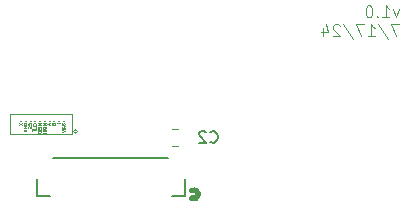
<source format=gbr>
%TF.GenerationSoftware,KiCad,Pcbnew,8.0.3*%
%TF.CreationDate,2024-07-17T14:54:55-05:00*%
%TF.ProjectId,Encoder,456e636f-6465-4722-9e6b-696361645f70,rev?*%
%TF.SameCoordinates,Original*%
%TF.FileFunction,Legend,Bot*%
%TF.FilePolarity,Positive*%
%FSLAX46Y46*%
G04 Gerber Fmt 4.6, Leading zero omitted, Abs format (unit mm)*
G04 Created by KiCad (PCBNEW 8.0.3) date 2024-07-17 14:54:55*
%MOMM*%
%LPD*%
G01*
G04 APERTURE LIST*
%ADD10C,0.100000*%
%ADD11C,0.062500*%
%ADD12C,0.150000*%
%ADD13C,0.120000*%
%ADD14C,0.152400*%
%ADD15C,0.508000*%
G04 APERTURE END LIST*
D10*
X143866353Y-88645808D02*
X143628258Y-89312475D01*
X143628258Y-89312475D02*
X143390163Y-88645808D01*
X142485401Y-89312475D02*
X143056829Y-89312475D01*
X142771115Y-89312475D02*
X142771115Y-88312475D01*
X142771115Y-88312475D02*
X142866353Y-88455332D01*
X142866353Y-88455332D02*
X142961591Y-88550570D01*
X142961591Y-88550570D02*
X143056829Y-88598189D01*
X142056829Y-89217236D02*
X142009210Y-89264856D01*
X142009210Y-89264856D02*
X142056829Y-89312475D01*
X142056829Y-89312475D02*
X142104448Y-89264856D01*
X142104448Y-89264856D02*
X142056829Y-89217236D01*
X142056829Y-89217236D02*
X142056829Y-89312475D01*
X141390163Y-88312475D02*
X141294925Y-88312475D01*
X141294925Y-88312475D02*
X141199687Y-88360094D01*
X141199687Y-88360094D02*
X141152068Y-88407713D01*
X141152068Y-88407713D02*
X141104449Y-88502951D01*
X141104449Y-88502951D02*
X141056830Y-88693427D01*
X141056830Y-88693427D02*
X141056830Y-88931522D01*
X141056830Y-88931522D02*
X141104449Y-89121998D01*
X141104449Y-89121998D02*
X141152068Y-89217236D01*
X141152068Y-89217236D02*
X141199687Y-89264856D01*
X141199687Y-89264856D02*
X141294925Y-89312475D01*
X141294925Y-89312475D02*
X141390163Y-89312475D01*
X141390163Y-89312475D02*
X141485401Y-89264856D01*
X141485401Y-89264856D02*
X141533020Y-89217236D01*
X141533020Y-89217236D02*
X141580639Y-89121998D01*
X141580639Y-89121998D02*
X141628258Y-88931522D01*
X141628258Y-88931522D02*
X141628258Y-88693427D01*
X141628258Y-88693427D02*
X141580639Y-88502951D01*
X141580639Y-88502951D02*
X141533020Y-88407713D01*
X141533020Y-88407713D02*
X141485401Y-88360094D01*
X141485401Y-88360094D02*
X141390163Y-88312475D01*
X143866353Y-89922419D02*
X143199687Y-89922419D01*
X143199687Y-89922419D02*
X143628258Y-90922419D01*
X142104449Y-89874800D02*
X142961591Y-91160514D01*
X141247306Y-90922419D02*
X141818734Y-90922419D01*
X141533020Y-90922419D02*
X141533020Y-89922419D01*
X141533020Y-89922419D02*
X141628258Y-90065276D01*
X141628258Y-90065276D02*
X141723496Y-90160514D01*
X141723496Y-90160514D02*
X141818734Y-90208133D01*
X140913972Y-89922419D02*
X140247306Y-89922419D01*
X140247306Y-89922419D02*
X140675877Y-90922419D01*
X139152068Y-89874800D02*
X140009210Y-91160514D01*
X138866353Y-90017657D02*
X138818734Y-89970038D01*
X138818734Y-89970038D02*
X138723496Y-89922419D01*
X138723496Y-89922419D02*
X138485401Y-89922419D01*
X138485401Y-89922419D02*
X138390163Y-89970038D01*
X138390163Y-89970038D02*
X138342544Y-90017657D01*
X138342544Y-90017657D02*
X138294925Y-90112895D01*
X138294925Y-90112895D02*
X138294925Y-90208133D01*
X138294925Y-90208133D02*
X138342544Y-90350990D01*
X138342544Y-90350990D02*
X138913972Y-90922419D01*
X138913972Y-90922419D02*
X138294925Y-90922419D01*
X137437782Y-90255752D02*
X137437782Y-90922419D01*
X137675877Y-89874800D02*
X137913972Y-90589085D01*
X137913972Y-90589085D02*
X137294925Y-90589085D01*
D11*
X111832170Y-98072070D02*
X111879789Y-98072070D01*
X111879789Y-98083975D02*
X111832170Y-98083975D01*
X111820265Y-98095879D02*
X111891693Y-98095879D01*
X111879789Y-98107784D02*
X111832170Y-98107784D01*
X111832170Y-98119689D02*
X111879789Y-98119689D01*
X111867884Y-98072070D02*
X111891693Y-98095879D01*
X111891693Y-98095879D02*
X111867884Y-98119689D01*
X111844074Y-98072070D02*
X111820265Y-98095879D01*
X111820265Y-98095879D02*
X111844074Y-98119689D01*
X111832170Y-98072070D02*
X111820265Y-98095879D01*
X111820265Y-98095879D02*
X111832170Y-98119689D01*
X111832170Y-98119689D02*
X111855979Y-98131594D01*
X111855979Y-98131594D02*
X111879789Y-98119689D01*
X111879789Y-98119689D02*
X111891693Y-98095879D01*
X111891693Y-98095879D02*
X111879789Y-98072070D01*
X111879789Y-98072070D02*
X111855979Y-98060165D01*
X111855979Y-98060165D02*
X111832170Y-98072070D01*
X111701217Y-98286356D02*
X111951217Y-98453022D01*
X111701217Y-98453022D02*
X111951217Y-98286356D01*
X112234656Y-98072070D02*
X112282275Y-98072070D01*
X112282275Y-98083975D02*
X112234656Y-98083975D01*
X112222751Y-98095879D02*
X112294179Y-98095879D01*
X112282275Y-98107784D02*
X112234656Y-98107784D01*
X112234656Y-98119689D02*
X112282275Y-98119689D01*
X112270370Y-98072070D02*
X112294179Y-98095879D01*
X112294179Y-98095879D02*
X112270370Y-98119689D01*
X112246560Y-98072070D02*
X112222751Y-98095879D01*
X112222751Y-98095879D02*
X112246560Y-98119689D01*
X112234656Y-98072070D02*
X112222751Y-98095879D01*
X112222751Y-98095879D02*
X112234656Y-98119689D01*
X112234656Y-98119689D02*
X112258465Y-98131594D01*
X112258465Y-98131594D02*
X112282275Y-98119689D01*
X112282275Y-98119689D02*
X112294179Y-98095879D01*
X112294179Y-98095879D02*
X112282275Y-98072070D01*
X112282275Y-98072070D02*
X112258465Y-98060165D01*
X112258465Y-98060165D02*
X112234656Y-98072070D01*
X112115608Y-98441118D02*
X112103703Y-98417308D01*
X112103703Y-98417308D02*
X112103703Y-98381594D01*
X112103703Y-98381594D02*
X112115608Y-98345880D01*
X112115608Y-98345880D02*
X112139418Y-98322070D01*
X112139418Y-98322070D02*
X112163227Y-98310165D01*
X112163227Y-98310165D02*
X112210846Y-98298261D01*
X112210846Y-98298261D02*
X112246560Y-98298261D01*
X112246560Y-98298261D02*
X112294179Y-98310165D01*
X112294179Y-98310165D02*
X112317989Y-98322070D01*
X112317989Y-98322070D02*
X112341799Y-98345880D01*
X112341799Y-98345880D02*
X112353703Y-98381594D01*
X112353703Y-98381594D02*
X112353703Y-98405403D01*
X112353703Y-98405403D02*
X112341799Y-98441118D01*
X112341799Y-98441118D02*
X112329894Y-98453022D01*
X112329894Y-98453022D02*
X112246560Y-98453022D01*
X112246560Y-98453022D02*
X112246560Y-98405403D01*
X112353703Y-98560165D02*
X112103703Y-98560165D01*
X112103703Y-98560165D02*
X112353703Y-98703022D01*
X112353703Y-98703022D02*
X112103703Y-98703022D01*
X112353703Y-98822070D02*
X112103703Y-98822070D01*
X112103703Y-98822070D02*
X112103703Y-98881594D01*
X112103703Y-98881594D02*
X112115608Y-98917308D01*
X112115608Y-98917308D02*
X112139418Y-98941118D01*
X112139418Y-98941118D02*
X112163227Y-98953023D01*
X112163227Y-98953023D02*
X112210846Y-98964927D01*
X112210846Y-98964927D02*
X112246560Y-98964927D01*
X112246560Y-98964927D02*
X112294179Y-98953023D01*
X112294179Y-98953023D02*
X112317989Y-98941118D01*
X112317989Y-98941118D02*
X112341799Y-98917308D01*
X112341799Y-98917308D02*
X112353703Y-98881594D01*
X112353703Y-98881594D02*
X112353703Y-98822070D01*
X112637142Y-98072070D02*
X112684761Y-98072070D01*
X112684761Y-98083975D02*
X112637142Y-98083975D01*
X112625237Y-98095879D02*
X112696665Y-98095879D01*
X112684761Y-98107784D02*
X112637142Y-98107784D01*
X112637142Y-98119689D02*
X112684761Y-98119689D01*
X112672856Y-98072070D02*
X112696665Y-98095879D01*
X112696665Y-98095879D02*
X112672856Y-98119689D01*
X112649046Y-98072070D02*
X112625237Y-98095879D01*
X112625237Y-98095879D02*
X112649046Y-98119689D01*
X112637142Y-98072070D02*
X112625237Y-98095879D01*
X112625237Y-98095879D02*
X112637142Y-98119689D01*
X112637142Y-98119689D02*
X112660951Y-98131594D01*
X112660951Y-98131594D02*
X112684761Y-98119689D01*
X112684761Y-98119689D02*
X112696665Y-98095879D01*
X112696665Y-98095879D02*
X112684761Y-98072070D01*
X112684761Y-98072070D02*
X112660951Y-98060165D01*
X112660951Y-98060165D02*
X112637142Y-98072070D01*
X112732380Y-98453022D02*
X112744285Y-98441118D01*
X112744285Y-98441118D02*
X112756189Y-98405403D01*
X112756189Y-98405403D02*
X112756189Y-98381594D01*
X112756189Y-98381594D02*
X112744285Y-98345880D01*
X112744285Y-98345880D02*
X112720475Y-98322070D01*
X112720475Y-98322070D02*
X112696665Y-98310165D01*
X112696665Y-98310165D02*
X112649046Y-98298261D01*
X112649046Y-98298261D02*
X112613332Y-98298261D01*
X112613332Y-98298261D02*
X112565713Y-98310165D01*
X112565713Y-98310165D02*
X112541904Y-98322070D01*
X112541904Y-98322070D02*
X112518094Y-98345880D01*
X112518094Y-98345880D02*
X112506189Y-98381594D01*
X112506189Y-98381594D02*
X112506189Y-98405403D01*
X112506189Y-98405403D02*
X112518094Y-98441118D01*
X112518094Y-98441118D02*
X112529999Y-98453022D01*
X112744285Y-98548261D02*
X112756189Y-98583975D01*
X112756189Y-98583975D02*
X112756189Y-98643499D01*
X112756189Y-98643499D02*
X112744285Y-98667308D01*
X112744285Y-98667308D02*
X112732380Y-98679213D01*
X112732380Y-98679213D02*
X112708570Y-98691118D01*
X112708570Y-98691118D02*
X112684761Y-98691118D01*
X112684761Y-98691118D02*
X112660951Y-98679213D01*
X112660951Y-98679213D02*
X112649046Y-98667308D01*
X112649046Y-98667308D02*
X112637142Y-98643499D01*
X112637142Y-98643499D02*
X112625237Y-98595880D01*
X112625237Y-98595880D02*
X112613332Y-98572070D01*
X112613332Y-98572070D02*
X112601427Y-98560165D01*
X112601427Y-98560165D02*
X112577618Y-98548261D01*
X112577618Y-98548261D02*
X112553808Y-98548261D01*
X112553808Y-98548261D02*
X112529999Y-98560165D01*
X112529999Y-98560165D02*
X112518094Y-98572070D01*
X112518094Y-98572070D02*
X112506189Y-98595880D01*
X112506189Y-98595880D02*
X112506189Y-98655403D01*
X112506189Y-98655403D02*
X112518094Y-98691118D01*
X112779999Y-98738737D02*
X112779999Y-98929213D01*
X113039628Y-98072070D02*
X113087247Y-98072070D01*
X113087247Y-98083975D02*
X113039628Y-98083975D01*
X113027723Y-98095879D02*
X113099151Y-98095879D01*
X113087247Y-98107784D02*
X113039628Y-98107784D01*
X113039628Y-98119689D02*
X113087247Y-98119689D01*
X113075342Y-98072070D02*
X113099151Y-98095879D01*
X113099151Y-98095879D02*
X113075342Y-98119689D01*
X113051532Y-98072070D02*
X113027723Y-98095879D01*
X113027723Y-98095879D02*
X113051532Y-98119689D01*
X113039628Y-98072070D02*
X113027723Y-98095879D01*
X113027723Y-98095879D02*
X113039628Y-98119689D01*
X113039628Y-98119689D02*
X113063437Y-98131594D01*
X113063437Y-98131594D02*
X113087247Y-98119689D01*
X113087247Y-98119689D02*
X113099151Y-98095879D01*
X113099151Y-98095879D02*
X113087247Y-98072070D01*
X113087247Y-98072070D02*
X113063437Y-98060165D01*
X113063437Y-98060165D02*
X113039628Y-98072070D01*
X113134866Y-98453022D02*
X113146771Y-98441118D01*
X113146771Y-98441118D02*
X113158675Y-98405403D01*
X113158675Y-98405403D02*
X113158675Y-98381594D01*
X113158675Y-98381594D02*
X113146771Y-98345880D01*
X113146771Y-98345880D02*
X113122961Y-98322070D01*
X113122961Y-98322070D02*
X113099151Y-98310165D01*
X113099151Y-98310165D02*
X113051532Y-98298261D01*
X113051532Y-98298261D02*
X113015818Y-98298261D01*
X113015818Y-98298261D02*
X112968199Y-98310165D01*
X112968199Y-98310165D02*
X112944390Y-98322070D01*
X112944390Y-98322070D02*
X112920580Y-98345880D01*
X112920580Y-98345880D02*
X112908675Y-98381594D01*
X112908675Y-98381594D02*
X112908675Y-98405403D01*
X112908675Y-98405403D02*
X112920580Y-98441118D01*
X112920580Y-98441118D02*
X112932485Y-98453022D01*
X113158675Y-98679213D02*
X113158675Y-98560165D01*
X113158675Y-98560165D02*
X112908675Y-98560165D01*
X113158675Y-98762546D02*
X112908675Y-98762546D01*
X113158675Y-98905403D02*
X113015818Y-98798261D01*
X112908675Y-98905403D02*
X113051532Y-98762546D01*
X113442114Y-98072070D02*
X113489733Y-98072070D01*
X113489733Y-98083975D02*
X113442114Y-98083975D01*
X113430209Y-98095879D02*
X113501637Y-98095879D01*
X113489733Y-98107784D02*
X113442114Y-98107784D01*
X113442114Y-98119689D02*
X113489733Y-98119689D01*
X113477828Y-98072070D02*
X113501637Y-98095879D01*
X113501637Y-98095879D02*
X113477828Y-98119689D01*
X113454018Y-98072070D02*
X113430209Y-98095879D01*
X113430209Y-98095879D02*
X113454018Y-98119689D01*
X113442114Y-98072070D02*
X113430209Y-98095879D01*
X113430209Y-98095879D02*
X113442114Y-98119689D01*
X113442114Y-98119689D02*
X113465923Y-98131594D01*
X113465923Y-98131594D02*
X113489733Y-98119689D01*
X113489733Y-98119689D02*
X113501637Y-98095879D01*
X113501637Y-98095879D02*
X113489733Y-98072070D01*
X113489733Y-98072070D02*
X113465923Y-98060165D01*
X113465923Y-98060165D02*
X113442114Y-98072070D01*
X113561161Y-98310165D02*
X113311161Y-98310165D01*
X113311161Y-98310165D02*
X113489733Y-98393499D01*
X113489733Y-98393499D02*
X113311161Y-98476832D01*
X113311161Y-98476832D02*
X113561161Y-98476832D01*
X113561161Y-98595879D02*
X113311161Y-98595879D01*
X113549257Y-98703023D02*
X113561161Y-98738737D01*
X113561161Y-98738737D02*
X113561161Y-98798261D01*
X113561161Y-98798261D02*
X113549257Y-98822070D01*
X113549257Y-98822070D02*
X113537352Y-98833975D01*
X113537352Y-98833975D02*
X113513542Y-98845880D01*
X113513542Y-98845880D02*
X113489733Y-98845880D01*
X113489733Y-98845880D02*
X113465923Y-98833975D01*
X113465923Y-98833975D02*
X113454018Y-98822070D01*
X113454018Y-98822070D02*
X113442114Y-98798261D01*
X113442114Y-98798261D02*
X113430209Y-98750642D01*
X113430209Y-98750642D02*
X113418304Y-98726832D01*
X113418304Y-98726832D02*
X113406399Y-98714927D01*
X113406399Y-98714927D02*
X113382590Y-98703023D01*
X113382590Y-98703023D02*
X113358780Y-98703023D01*
X113358780Y-98703023D02*
X113334971Y-98714927D01*
X113334971Y-98714927D02*
X113323066Y-98726832D01*
X113323066Y-98726832D02*
X113311161Y-98750642D01*
X113311161Y-98750642D02*
X113311161Y-98810165D01*
X113311161Y-98810165D02*
X113323066Y-98845880D01*
X113311161Y-99000641D02*
X113311161Y-99048260D01*
X113311161Y-99048260D02*
X113323066Y-99072070D01*
X113323066Y-99072070D02*
X113346876Y-99095879D01*
X113346876Y-99095879D02*
X113394495Y-99107784D01*
X113394495Y-99107784D02*
X113477828Y-99107784D01*
X113477828Y-99107784D02*
X113525447Y-99095879D01*
X113525447Y-99095879D02*
X113549257Y-99072070D01*
X113549257Y-99072070D02*
X113561161Y-99048260D01*
X113561161Y-99048260D02*
X113561161Y-99000641D01*
X113561161Y-99000641D02*
X113549257Y-98976832D01*
X113549257Y-98976832D02*
X113525447Y-98953022D01*
X113525447Y-98953022D02*
X113477828Y-98941118D01*
X113477828Y-98941118D02*
X113394495Y-98941118D01*
X113394495Y-98941118D02*
X113346876Y-98953022D01*
X113346876Y-98953022D02*
X113323066Y-98976832D01*
X113323066Y-98976832D02*
X113311161Y-99000641D01*
X113844600Y-98072070D02*
X113892219Y-98072070D01*
X113892219Y-98083975D02*
X113844600Y-98083975D01*
X113832695Y-98095879D02*
X113904123Y-98095879D01*
X113892219Y-98107784D02*
X113844600Y-98107784D01*
X113844600Y-98119689D02*
X113892219Y-98119689D01*
X113880314Y-98072070D02*
X113904123Y-98095879D01*
X113904123Y-98095879D02*
X113880314Y-98119689D01*
X113856504Y-98072070D02*
X113832695Y-98095879D01*
X113832695Y-98095879D02*
X113856504Y-98119689D01*
X113844600Y-98072070D02*
X113832695Y-98095879D01*
X113832695Y-98095879D02*
X113844600Y-98119689D01*
X113844600Y-98119689D02*
X113868409Y-98131594D01*
X113868409Y-98131594D02*
X113892219Y-98119689D01*
X113892219Y-98119689D02*
X113904123Y-98095879D01*
X113904123Y-98095879D02*
X113892219Y-98072070D01*
X113892219Y-98072070D02*
X113868409Y-98060165D01*
X113868409Y-98060165D02*
X113844600Y-98072070D01*
X113963647Y-98310165D02*
X113713647Y-98310165D01*
X113713647Y-98310165D02*
X113892219Y-98393499D01*
X113892219Y-98393499D02*
X113713647Y-98476832D01*
X113713647Y-98476832D02*
X113963647Y-98476832D01*
X113713647Y-98643498D02*
X113713647Y-98691117D01*
X113713647Y-98691117D02*
X113725552Y-98714927D01*
X113725552Y-98714927D02*
X113749362Y-98738736D01*
X113749362Y-98738736D02*
X113796981Y-98750641D01*
X113796981Y-98750641D02*
X113880314Y-98750641D01*
X113880314Y-98750641D02*
X113927933Y-98738736D01*
X113927933Y-98738736D02*
X113951743Y-98714927D01*
X113951743Y-98714927D02*
X113963647Y-98691117D01*
X113963647Y-98691117D02*
X113963647Y-98643498D01*
X113963647Y-98643498D02*
X113951743Y-98619689D01*
X113951743Y-98619689D02*
X113927933Y-98595879D01*
X113927933Y-98595879D02*
X113880314Y-98583975D01*
X113880314Y-98583975D02*
X113796981Y-98583975D01*
X113796981Y-98583975D02*
X113749362Y-98595879D01*
X113749362Y-98595879D02*
X113725552Y-98619689D01*
X113725552Y-98619689D02*
X113713647Y-98643498D01*
X113951743Y-98845880D02*
X113963647Y-98881594D01*
X113963647Y-98881594D02*
X113963647Y-98941118D01*
X113963647Y-98941118D02*
X113951743Y-98964927D01*
X113951743Y-98964927D02*
X113939838Y-98976832D01*
X113939838Y-98976832D02*
X113916028Y-98988737D01*
X113916028Y-98988737D02*
X113892219Y-98988737D01*
X113892219Y-98988737D02*
X113868409Y-98976832D01*
X113868409Y-98976832D02*
X113856504Y-98964927D01*
X113856504Y-98964927D02*
X113844600Y-98941118D01*
X113844600Y-98941118D02*
X113832695Y-98893499D01*
X113832695Y-98893499D02*
X113820790Y-98869689D01*
X113820790Y-98869689D02*
X113808885Y-98857784D01*
X113808885Y-98857784D02*
X113785076Y-98845880D01*
X113785076Y-98845880D02*
X113761266Y-98845880D01*
X113761266Y-98845880D02*
X113737457Y-98857784D01*
X113737457Y-98857784D02*
X113725552Y-98869689D01*
X113725552Y-98869689D02*
X113713647Y-98893499D01*
X113713647Y-98893499D02*
X113713647Y-98953022D01*
X113713647Y-98953022D02*
X113725552Y-98988737D01*
X113963647Y-99095879D02*
X113713647Y-99095879D01*
X114247086Y-98072070D02*
X114294705Y-98072070D01*
X114294705Y-98083975D02*
X114247086Y-98083975D01*
X114235181Y-98095879D02*
X114306609Y-98095879D01*
X114294705Y-98107784D02*
X114247086Y-98107784D01*
X114247086Y-98119689D02*
X114294705Y-98119689D01*
X114282800Y-98072070D02*
X114306609Y-98095879D01*
X114306609Y-98095879D02*
X114282800Y-98119689D01*
X114258990Y-98072070D02*
X114235181Y-98095879D01*
X114235181Y-98095879D02*
X114258990Y-98119689D01*
X114247086Y-98072070D02*
X114235181Y-98095879D01*
X114235181Y-98095879D02*
X114247086Y-98119689D01*
X114247086Y-98119689D02*
X114270895Y-98131594D01*
X114270895Y-98131594D02*
X114294705Y-98119689D01*
X114294705Y-98119689D02*
X114306609Y-98095879D01*
X114306609Y-98095879D02*
X114294705Y-98072070D01*
X114294705Y-98072070D02*
X114270895Y-98060165D01*
X114270895Y-98060165D02*
X114247086Y-98072070D01*
X114294705Y-98298261D02*
X114294705Y-98417308D01*
X114366133Y-98274451D02*
X114116133Y-98357784D01*
X114116133Y-98357784D02*
X114366133Y-98441118D01*
X114649572Y-98072070D02*
X114697191Y-98072070D01*
X114697191Y-98083975D02*
X114649572Y-98083975D01*
X114637667Y-98095879D02*
X114709095Y-98095879D01*
X114697191Y-98107784D02*
X114649572Y-98107784D01*
X114649572Y-98119689D02*
X114697191Y-98119689D01*
X114685286Y-98072070D02*
X114709095Y-98095879D01*
X114709095Y-98095879D02*
X114685286Y-98119689D01*
X114661476Y-98072070D02*
X114637667Y-98095879D01*
X114637667Y-98095879D02*
X114661476Y-98119689D01*
X114649572Y-98072070D02*
X114637667Y-98095879D01*
X114637667Y-98095879D02*
X114649572Y-98119689D01*
X114649572Y-98119689D02*
X114673381Y-98131594D01*
X114673381Y-98131594D02*
X114697191Y-98119689D01*
X114697191Y-98119689D02*
X114709095Y-98095879D01*
X114709095Y-98095879D02*
X114697191Y-98072070D01*
X114697191Y-98072070D02*
X114673381Y-98060165D01*
X114673381Y-98060165D02*
X114649572Y-98072070D01*
X114637667Y-98393499D02*
X114649572Y-98429213D01*
X114649572Y-98429213D02*
X114661476Y-98441118D01*
X114661476Y-98441118D02*
X114685286Y-98453022D01*
X114685286Y-98453022D02*
X114721000Y-98453022D01*
X114721000Y-98453022D02*
X114744810Y-98441118D01*
X114744810Y-98441118D02*
X114756715Y-98429213D01*
X114756715Y-98429213D02*
X114768619Y-98405403D01*
X114768619Y-98405403D02*
X114768619Y-98310165D01*
X114768619Y-98310165D02*
X114518619Y-98310165D01*
X114518619Y-98310165D02*
X114518619Y-98393499D01*
X114518619Y-98393499D02*
X114530524Y-98417308D01*
X114530524Y-98417308D02*
X114542429Y-98429213D01*
X114542429Y-98429213D02*
X114566238Y-98441118D01*
X114566238Y-98441118D02*
X114590048Y-98441118D01*
X114590048Y-98441118D02*
X114613857Y-98429213D01*
X114613857Y-98429213D02*
X114625762Y-98417308D01*
X114625762Y-98417308D02*
X114637667Y-98393499D01*
X114637667Y-98393499D02*
X114637667Y-98310165D01*
X115052058Y-98072070D02*
X115099677Y-98072070D01*
X115099677Y-98083975D02*
X115052058Y-98083975D01*
X115040153Y-98095879D02*
X115111581Y-98095879D01*
X115099677Y-98107784D02*
X115052058Y-98107784D01*
X115052058Y-98119689D02*
X115099677Y-98119689D01*
X115087772Y-98072070D02*
X115111581Y-98095879D01*
X115111581Y-98095879D02*
X115087772Y-98119689D01*
X115063962Y-98072070D02*
X115040153Y-98095879D01*
X115040153Y-98095879D02*
X115063962Y-98119689D01*
X115052058Y-98072070D02*
X115040153Y-98095879D01*
X115040153Y-98095879D02*
X115052058Y-98119689D01*
X115052058Y-98119689D02*
X115075867Y-98131594D01*
X115075867Y-98131594D02*
X115099677Y-98119689D01*
X115099677Y-98119689D02*
X115111581Y-98095879D01*
X115111581Y-98095879D02*
X115099677Y-98072070D01*
X115099677Y-98072070D02*
X115075867Y-98060165D01*
X115075867Y-98060165D02*
X115052058Y-98072070D01*
X115171105Y-98310165D02*
X114921105Y-98310165D01*
X115454544Y-98072070D02*
X115502163Y-98072070D01*
X115502163Y-98083975D02*
X115454544Y-98083975D01*
X115442639Y-98095879D02*
X115514067Y-98095879D01*
X115502163Y-98107784D02*
X115454544Y-98107784D01*
X115454544Y-98119689D02*
X115502163Y-98119689D01*
X115490258Y-98072070D02*
X115514067Y-98095879D01*
X115514067Y-98095879D02*
X115490258Y-98119689D01*
X115466448Y-98072070D02*
X115442639Y-98095879D01*
X115442639Y-98095879D02*
X115466448Y-98119689D01*
X115454544Y-98072070D02*
X115442639Y-98095879D01*
X115442639Y-98095879D02*
X115454544Y-98119689D01*
X115454544Y-98119689D02*
X115478353Y-98131594D01*
X115478353Y-98131594D02*
X115502163Y-98119689D01*
X115502163Y-98119689D02*
X115514067Y-98095879D01*
X115514067Y-98095879D02*
X115502163Y-98072070D01*
X115502163Y-98072070D02*
X115478353Y-98060165D01*
X115478353Y-98060165D02*
X115454544Y-98072070D01*
X115323591Y-98286356D02*
X115323591Y-98441118D01*
X115323591Y-98441118D02*
X115418829Y-98357784D01*
X115418829Y-98357784D02*
X115418829Y-98393499D01*
X115418829Y-98393499D02*
X115430734Y-98417308D01*
X115430734Y-98417308D02*
X115442639Y-98429213D01*
X115442639Y-98429213D02*
X115466448Y-98441118D01*
X115466448Y-98441118D02*
X115525972Y-98441118D01*
X115525972Y-98441118D02*
X115549782Y-98429213D01*
X115549782Y-98429213D02*
X115561687Y-98417308D01*
X115561687Y-98417308D02*
X115573591Y-98393499D01*
X115573591Y-98393499D02*
X115573591Y-98322070D01*
X115573591Y-98322070D02*
X115561687Y-98298261D01*
X115561687Y-98298261D02*
X115549782Y-98286356D01*
X115549782Y-98548260D02*
X115561687Y-98560165D01*
X115561687Y-98560165D02*
X115573591Y-98548260D01*
X115573591Y-98548260D02*
X115561687Y-98536356D01*
X115561687Y-98536356D02*
X115549782Y-98548260D01*
X115549782Y-98548260D02*
X115573591Y-98548260D01*
X115323591Y-98643499D02*
X115323591Y-98798261D01*
X115323591Y-98798261D02*
X115418829Y-98714927D01*
X115418829Y-98714927D02*
X115418829Y-98750642D01*
X115418829Y-98750642D02*
X115430734Y-98774451D01*
X115430734Y-98774451D02*
X115442639Y-98786356D01*
X115442639Y-98786356D02*
X115466448Y-98798261D01*
X115466448Y-98798261D02*
X115525972Y-98798261D01*
X115525972Y-98798261D02*
X115549782Y-98786356D01*
X115549782Y-98786356D02*
X115561687Y-98774451D01*
X115561687Y-98774451D02*
X115573591Y-98750642D01*
X115573591Y-98750642D02*
X115573591Y-98679213D01*
X115573591Y-98679213D02*
X115561687Y-98655404D01*
X115561687Y-98655404D02*
X115549782Y-98643499D01*
X115323591Y-98869689D02*
X115573591Y-98953022D01*
X115573591Y-98953022D02*
X115323591Y-99036356D01*
D10*
X116650000Y-99000000D02*
G75*
G02*
X116350000Y-99000000I-150000J0D01*
G01*
X116350000Y-99000000D02*
G75*
G02*
X116650000Y-99000000I150000J0D01*
G01*
X110986000Y-97497500D02*
X116200000Y-97497500D01*
X116200000Y-99200000D01*
X110986000Y-99200000D01*
X110986000Y-97497500D01*
D12*
X127916665Y-99859580D02*
X127964284Y-99907200D01*
X127964284Y-99907200D02*
X128107141Y-99954819D01*
X128107141Y-99954819D02*
X128202379Y-99954819D01*
X128202379Y-99954819D02*
X128345236Y-99907200D01*
X128345236Y-99907200D02*
X128440474Y-99811961D01*
X128440474Y-99811961D02*
X128488093Y-99716723D01*
X128488093Y-99716723D02*
X128535712Y-99526247D01*
X128535712Y-99526247D02*
X128535712Y-99383390D01*
X128535712Y-99383390D02*
X128488093Y-99192914D01*
X128488093Y-99192914D02*
X128440474Y-99097676D01*
X128440474Y-99097676D02*
X128345236Y-99002438D01*
X128345236Y-99002438D02*
X128202379Y-98954819D01*
X128202379Y-98954819D02*
X128107141Y-98954819D01*
X128107141Y-98954819D02*
X127964284Y-99002438D01*
X127964284Y-99002438D02*
X127916665Y-99050057D01*
X127535712Y-99050057D02*
X127488093Y-99002438D01*
X127488093Y-99002438D02*
X127392855Y-98954819D01*
X127392855Y-98954819D02*
X127154760Y-98954819D01*
X127154760Y-98954819D02*
X127059522Y-99002438D01*
X127059522Y-99002438D02*
X127011903Y-99050057D01*
X127011903Y-99050057D02*
X126964284Y-99145295D01*
X126964284Y-99145295D02*
X126964284Y-99240533D01*
X126964284Y-99240533D02*
X127011903Y-99383390D01*
X127011903Y-99383390D02*
X127583331Y-99954819D01*
X127583331Y-99954819D02*
X126964284Y-99954819D01*
D13*
%TO.C,C2*%
X125211252Y-100235000D02*
X124688748Y-100235000D01*
X125211252Y-98765000D02*
X124688748Y-98765000D01*
D14*
%TO.C,J1*%
X113213500Y-103015440D02*
X113213500Y-104422600D01*
X113213500Y-104422600D02*
X114362459Y-104422600D01*
X124361560Y-101273000D02*
X114638440Y-101273000D01*
X124637541Y-104422600D02*
X125786500Y-104422600D01*
X125786500Y-104422600D02*
X125786500Y-103015440D01*
D15*
X126921001Y-104295600D02*
G75*
G02*
X126354612Y-104628456I-381001J0D01*
G01*
X126356243Y-103961843D02*
G75*
G02*
X126920999Y-104295600I183757J-333757D01*
G01*
%TD*%
M02*

</source>
